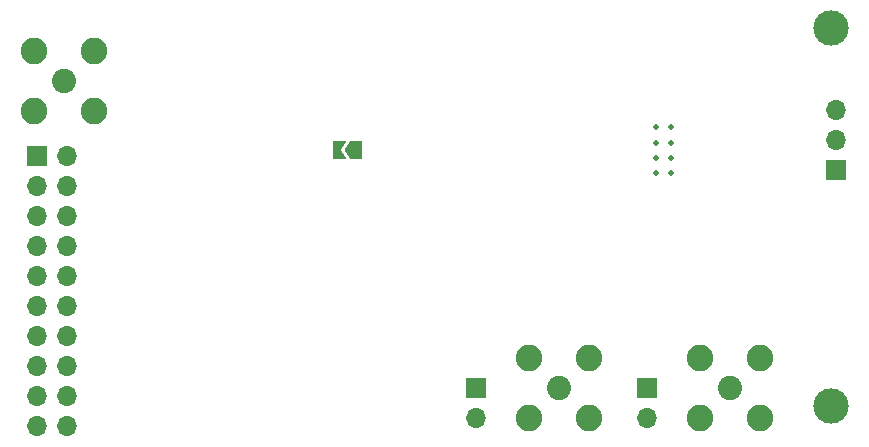
<source format=gbr>
%TF.GenerationSoftware,KiCad,Pcbnew,8.0.6*%
%TF.CreationDate,2025-05-09T15:02:35+02:00*%
%TF.ProjectId,pulse-shaping-extension-v1.1,70756c73-652d-4736-9861-70696e672d65,rev?*%
%TF.SameCoordinates,PX3d09000PY6590fa0*%
%TF.FileFunction,Soldermask,Bot*%
%TF.FilePolarity,Negative*%
%FSLAX46Y46*%
G04 Gerber Fmt 4.6, Leading zero omitted, Abs format (unit mm)*
G04 Created by KiCad (PCBNEW 8.0.6) date 2025-05-09 15:02:35*
%MOMM*%
%LPD*%
G01*
G04 APERTURE LIST*
G04 Aperture macros list*
%AMFreePoly0*
4,1,6,1.000000,0.000000,0.500000,-0.750000,-0.500000,-0.750000,-0.500000,0.750000,0.500000,0.750000,1.000000,0.000000,1.000000,0.000000,$1*%
%AMFreePoly1*
4,1,6,0.500000,-0.750000,-0.650000,-0.750000,-0.150000,0.000000,-0.650000,0.750000,0.500000,0.750000,0.500000,-0.750000,0.500000,-0.750000,$1*%
G04 Aperture macros list end*
%ADD10R,1.700000X1.700000*%
%ADD11O,1.700000X1.700000*%
%ADD12C,2.050000*%
%ADD13C,2.250000*%
%ADD14C,0.504000*%
%ADD15C,3.000000*%
%ADD16FreePoly0,180.000000*%
%ADD17FreePoly1,180.000000*%
G04 APERTURE END LIST*
D10*
%TO.C,J6*%
X71500000Y24000000D03*
D11*
X71500000Y26540000D03*
X71500000Y29080000D03*
%TD*%
D10*
%TO.C,J4*%
X41000000Y5540000D03*
D11*
X41000000Y3000000D03*
%TD*%
D12*
%TO.C,J2*%
X48000000Y5540000D03*
D13*
X45460000Y8080000D03*
X45460000Y3000000D03*
X50540000Y8080000D03*
X50540000Y3000000D03*
%TD*%
D10*
%TO.C,J1*%
X3810000Y25146000D03*
D11*
X6350000Y25146000D03*
X3810000Y22606000D03*
X6350000Y22606000D03*
X3810000Y20066000D03*
X6350000Y20066000D03*
X3810000Y17526000D03*
X6350000Y17526000D03*
X3810000Y14986000D03*
X6350000Y14986000D03*
X3810000Y12446000D03*
X6350000Y12446000D03*
X3810000Y9906000D03*
X6350000Y9906000D03*
X3810000Y7366000D03*
X6350000Y7366000D03*
X3810000Y4826000D03*
X6350000Y4826000D03*
X3810000Y2286000D03*
X6350000Y2286000D03*
%TD*%
D12*
%TO.C,J3*%
X62500000Y5540000D03*
D13*
X59960000Y8080000D03*
X59960000Y3000000D03*
X65040000Y8080000D03*
X65040000Y3000000D03*
%TD*%
D14*
%TO.C,U4*%
X56200000Y27600000D03*
X56200000Y26300000D03*
X56200000Y25000000D03*
X56200000Y23700000D03*
X57500000Y27600000D03*
X57500000Y26300000D03*
X57500000Y25000000D03*
X57500000Y23700000D03*
%TD*%
D15*
%TO.C,H1*%
X71000000Y36000000D03*
%TD*%
D12*
%TO.C,J7*%
X6096000Y31496000D03*
D13*
X3556000Y34036000D03*
X3556000Y28956000D03*
X8636000Y34036000D03*
X8636000Y28956000D03*
%TD*%
D10*
%TO.C,J5*%
X55500000Y5540000D03*
D11*
X55500000Y3000000D03*
%TD*%
D15*
%TO.C,H2*%
X71000000Y4000000D03*
%TD*%
D16*
%TO.C,JP1*%
X30850000Y25650000D03*
D17*
X29400000Y25650000D03*
%TD*%
M02*

</source>
